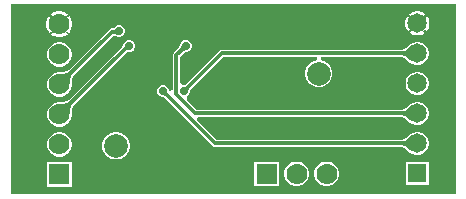
<source format=gbl>
G04*
G04 #@! TF.GenerationSoftware,Altium Limited,Altium Designer,24.9.1 (31)*
G04*
G04 Layer_Physical_Order=2*
G04 Layer_Color=16711680*
%FSLAX44Y44*%
%MOMM*%
G71*
G04*
G04 #@! TF.SameCoordinates,B5823E4F-61C2-4C15-8B31-12C9E9E13820*
G04*
G04*
G04 #@! TF.FilePolarity,Positive*
G04*
G01*
G75*
%ADD33C,0.3048*%
%ADD36R,1.6500X1.6500*%
%ADD37C,1.6500*%
%ADD38C,2.0000*%
%ADD39C,1.7780*%
%ADD40R,1.7780X1.7780*%
%ADD41R,1.7780X1.7780*%
%ADD42C,0.7000*%
G36*
X632410Y704009D02*
X256155D01*
X256156Y864690D01*
X632410D01*
Y704009D01*
D02*
G37*
%LPC*%
G36*
X601354Y858982D02*
X598646D01*
X596031Y858281D01*
X593687Y856928D01*
X593448Y856689D01*
X595084Y855053D01*
X593647Y853616D01*
X592011Y855252D01*
X591772Y855013D01*
X590419Y852669D01*
X589718Y850054D01*
Y847346D01*
X590419Y844731D01*
X591772Y842387D01*
X592011Y842148D01*
X593647Y843783D01*
X595084Y842347D01*
X593448Y840711D01*
X593687Y840472D01*
X596031Y839119D01*
X598646Y838418D01*
X601354D01*
X603969Y839119D01*
X606313Y840472D01*
X606552Y840711D01*
X604916Y842347D01*
X606353Y843783D01*
X607989Y842148D01*
X608228Y842387D01*
X609581Y844731D01*
X610282Y847346D01*
Y850054D01*
X609581Y852669D01*
X608228Y855013D01*
X607989Y855252D01*
X606353Y853616D01*
X604916Y855053D01*
X606552Y856689D01*
X606313Y856928D01*
X603969Y858281D01*
X601354Y858982D01*
D02*
G37*
G36*
X298438Y858772D02*
X295562D01*
X292784Y858028D01*
X290294Y856590D01*
X289995Y856292D01*
X291628Y854659D01*
X290191Y853222D01*
X288559Y854855D01*
X288260Y854556D01*
X286822Y852066D01*
X286078Y849288D01*
Y846412D01*
X286822Y843634D01*
X288260Y841144D01*
X288559Y840845D01*
X290191Y842478D01*
X291628Y841041D01*
X289995Y839409D01*
X290294Y839110D01*
X292784Y837672D01*
X295562Y836928D01*
X298438D01*
X301216Y837672D01*
X303706Y839110D01*
X304005Y839409D01*
X302372Y841041D01*
X303809Y842478D01*
X305441Y840845D01*
X305740Y841144D01*
X307178Y843634D01*
X307922Y846412D01*
Y849288D01*
X307178Y852066D01*
X305740Y854556D01*
X305441Y854855D01*
X303809Y853222D01*
X302372Y854659D01*
X304005Y856292D01*
X303706Y856590D01*
X301216Y858028D01*
X298438Y858772D01*
D02*
G37*
G36*
X348471Y847034D02*
X346473D01*
X344626Y846269D01*
X343213Y844856D01*
X343212Y844853D01*
X343160Y844821D01*
X343074Y844701D01*
X343046Y844671D01*
X343010Y844641D01*
X342957Y844606D01*
X342878Y844568D01*
X342768Y844527D01*
X342621Y844489D01*
X342438Y844457D01*
X342215Y844436D01*
X341908Y844427D01*
X341763Y844361D01*
X341671D01*
X341558Y844378D01*
X341536Y844361D01*
X341204D01*
X340014Y844125D01*
X339006Y843451D01*
X304939Y809384D01*
X304809Y809341D01*
X304405Y808992D01*
X304004Y808730D01*
X303502Y808480D01*
X302895Y808250D01*
X302184Y808048D01*
X301368Y807878D01*
X300469Y807747D01*
X298298Y807598D01*
X297076Y807589D01*
X296781Y807464D01*
X295629D01*
X292980Y806754D01*
X290606Y805383D01*
X288667Y803444D01*
X287296Y801070D01*
X286586Y798421D01*
Y795679D01*
X287296Y793030D01*
X288667Y790656D01*
X290606Y788717D01*
X292980Y787346D01*
X295629Y786636D01*
X298371D01*
X301020Y787346D01*
X303394Y788717D01*
X305333Y790656D01*
X306704Y793030D01*
X307414Y795679D01*
Y796816D01*
X307539Y797095D01*
X307602Y799499D01*
X307694Y800500D01*
X307828Y801418D01*
X307998Y802234D01*
X308200Y802945D01*
X308430Y803552D01*
X308680Y804054D01*
X308942Y804455D01*
X309291Y804859D01*
X309334Y804989D01*
X342491Y838146D01*
X342536D01*
X342687Y838081D01*
X343015Y838075D01*
X343273Y838060D01*
X343794Y837996D01*
X343980Y837959D01*
X344161Y837911D01*
X344319Y837860D01*
X344453Y837805D01*
X344566Y837750D01*
X344718Y837660D01*
X344915Y837631D01*
X346473Y836986D01*
X348471D01*
X350318Y837751D01*
X351731Y839164D01*
X352496Y841011D01*
Y843009D01*
X351731Y844856D01*
X350318Y846269D01*
X348471Y847034D01*
D02*
G37*
G36*
X357107Y834334D02*
X355109D01*
X353262Y833569D01*
X351849Y832156D01*
X351399Y831069D01*
X351189Y830829D01*
X351135Y830673D01*
X351088Y830559D01*
X351031Y830447D01*
X350815Y830096D01*
X350717Y829959D01*
X350157Y829301D01*
X349941Y829079D01*
X349880Y828925D01*
X304939Y783984D01*
X304809Y783941D01*
X304405Y783592D01*
X304004Y783330D01*
X303502Y783080D01*
X302895Y782850D01*
X302184Y782648D01*
X301368Y782478D01*
X300469Y782347D01*
X298298Y782198D01*
X297076Y782189D01*
X296781Y782064D01*
X295629D01*
X292980Y781354D01*
X290606Y779983D01*
X288667Y778044D01*
X287296Y775670D01*
X286586Y773021D01*
Y770279D01*
X287296Y767630D01*
X288667Y765256D01*
X290606Y763317D01*
X292980Y761946D01*
X295629Y761236D01*
X298371D01*
X301020Y761946D01*
X303394Y763317D01*
X305333Y765256D01*
X306704Y767630D01*
X307414Y770279D01*
Y771416D01*
X307539Y771695D01*
X307602Y774099D01*
X307694Y775100D01*
X307828Y776018D01*
X307998Y776834D01*
X308200Y777545D01*
X308430Y778152D01*
X308680Y778654D01*
X308942Y779055D01*
X309291Y779459D01*
X309334Y779589D01*
X353509Y823764D01*
X353657Y823820D01*
X353881Y824031D01*
X354050Y824169D01*
X354195Y824270D01*
X354314Y824338D01*
X354404Y824378D01*
X354464Y824397D01*
X354499Y824403D01*
X354518Y824404D01*
X354531Y824402D01*
X354660Y824371D01*
X354837Y824398D01*
X355109Y824286D01*
X357107D01*
X358954Y825051D01*
X360367Y826464D01*
X361132Y828311D01*
Y830309D01*
X360367Y832156D01*
X358954Y833569D01*
X357107Y834334D01*
D02*
G37*
G36*
X404859D02*
X402861D01*
X401014Y833569D01*
X399601Y832156D01*
X398836Y830309D01*
Y829610D01*
X398712Y829342D01*
X398705Y829166D01*
X398691Y829068D01*
X398665Y828961D01*
X398624Y828842D01*
X398565Y828709D01*
X398484Y828562D01*
X398379Y828400D01*
X398248Y828225D01*
X398089Y828038D01*
X397873Y827811D01*
X397816Y827661D01*
X393844Y823689D01*
X393171Y822681D01*
X392934Y821492D01*
Y793035D01*
X392011Y792093D01*
X390394Y791536D01*
X390258Y791643D01*
X389834Y792209D01*
X389069Y794056D01*
X387656Y795469D01*
X385809Y796234D01*
X383811D01*
X381964Y795469D01*
X380551Y794056D01*
X379786Y792209D01*
Y790211D01*
X380551Y788364D01*
X381964Y786951D01*
X383811Y786186D01*
X384510D01*
X384778Y786062D01*
X384954Y786055D01*
X385052Y786041D01*
X385159Y786015D01*
X385278Y785974D01*
X385410Y785915D01*
X385558Y785834D01*
X385720Y785729D01*
X385895Y785598D01*
X386082Y785439D01*
X386309Y785223D01*
X386459Y785166D01*
X426722Y744902D01*
X427731Y744229D01*
X428920Y743992D01*
X586703D01*
X586828Y743930D01*
X587333Y743895D01*
X587771Y743807D01*
X588262Y743649D01*
X588804Y743412D01*
X589393Y743092D01*
X590027Y742686D01*
X590684Y742203D01*
X592168Y740919D01*
X592952Y740149D01*
X593249Y740029D01*
X593999Y739279D01*
X596227Y737992D01*
X598713Y737326D01*
X601287D01*
X603773Y737992D01*
X606001Y739279D01*
X607821Y741099D01*
X609108Y743327D01*
X609774Y745813D01*
Y748387D01*
X609108Y750873D01*
X607821Y753101D01*
X606001Y754921D01*
X603773Y756208D01*
X601287Y756874D01*
X598713D01*
X596227Y756208D01*
X593999Y754921D01*
X593260Y754183D01*
X592976Y754074D01*
X591397Y752582D01*
X590700Y752009D01*
X590027Y751514D01*
X589393Y751108D01*
X588804Y750788D01*
X588262Y750551D01*
X587771Y750393D01*
X587333Y750305D01*
X586828Y750270D01*
X586703Y750208D01*
X430207D01*
X413563Y766852D01*
X414615Y769392D01*
X586703D01*
X586828Y769330D01*
X587333Y769295D01*
X587771Y769207D01*
X588262Y769049D01*
X588804Y768812D01*
X589393Y768492D01*
X590027Y768086D01*
X590684Y767603D01*
X592168Y766319D01*
X592952Y765549D01*
X593249Y765429D01*
X593999Y764679D01*
X596227Y763392D01*
X598713Y762726D01*
X601287D01*
X603773Y763392D01*
X606001Y764679D01*
X607821Y766499D01*
X609108Y768727D01*
X609774Y771213D01*
Y773787D01*
X609108Y776273D01*
X607821Y778501D01*
X606001Y780321D01*
X603773Y781608D01*
X601287Y782274D01*
X598713D01*
X596227Y781608D01*
X593999Y780321D01*
X593260Y779583D01*
X592976Y779474D01*
X591397Y777982D01*
X590700Y777409D01*
X590027Y776914D01*
X589393Y776508D01*
X588804Y776188D01*
X588262Y775951D01*
X587771Y775793D01*
X587333Y775705D01*
X586828Y775670D01*
X586703Y775608D01*
X413327D01*
X404939Y783996D01*
X405436Y786951D01*
X406849Y788364D01*
X407614Y790211D01*
Y790910D01*
X407738Y791178D01*
X407745Y791354D01*
X407759Y791452D01*
X407785Y791559D01*
X407826Y791678D01*
X407885Y791811D01*
X407966Y791958D01*
X408071Y792120D01*
X408202Y792295D01*
X408361Y792482D01*
X408577Y792709D01*
X408634Y792859D01*
X435967Y820192D01*
X514955D01*
X515119Y817720D01*
X512188Y816935D01*
X509560Y815417D01*
X507415Y813272D01*
X505897Y810644D01*
X505112Y807713D01*
Y804679D01*
X505897Y801748D01*
X507415Y799120D01*
X509560Y796974D01*
X512188Y795457D01*
X515119Y794672D01*
X518153D01*
X521084Y795457D01*
X523712Y796974D01*
X525858Y799120D01*
X527375Y801748D01*
X528160Y804679D01*
Y807713D01*
X527375Y810644D01*
X525858Y813272D01*
X523712Y815417D01*
X521084Y816935D01*
X518153Y817720D01*
X518317Y820192D01*
X586703D01*
X586828Y820130D01*
X587333Y820095D01*
X587771Y820007D01*
X588262Y819849D01*
X588804Y819612D01*
X589393Y819292D01*
X590027Y818886D01*
X590684Y818403D01*
X592168Y817119D01*
X592952Y816349D01*
X593249Y816229D01*
X593999Y815479D01*
X596227Y814192D01*
X598713Y813526D01*
X601287D01*
X603773Y814192D01*
X606001Y815479D01*
X607821Y817299D01*
X609108Y819527D01*
X609774Y822013D01*
Y824587D01*
X609108Y827073D01*
X607821Y829301D01*
X606001Y831121D01*
X603773Y832408D01*
X601287Y833074D01*
X598713D01*
X596227Y832408D01*
X593999Y831121D01*
X593260Y830383D01*
X592976Y830274D01*
X591396Y828782D01*
X590700Y828209D01*
X590027Y827714D01*
X589393Y827308D01*
X588804Y826988D01*
X588262Y826751D01*
X587771Y826593D01*
X587333Y826505D01*
X586828Y826470D01*
X586703Y826408D01*
X434680D01*
X433491Y826171D01*
X432482Y825498D01*
X404239Y797254D01*
X404089Y797197D01*
X403862Y796981D01*
X403675Y796822D01*
X403500Y796691D01*
X403338Y796586D01*
X403190Y796505D01*
X403058Y796446D01*
X402939Y796405D01*
X402832Y796379D01*
X402734Y796365D01*
X402558Y796358D01*
X402290Y796234D01*
X401591D01*
X399150Y797972D01*
Y820205D01*
X402211Y823266D01*
X402361Y823323D01*
X402588Y823539D01*
X402775Y823698D01*
X402950Y823829D01*
X403112Y823934D01*
X403260Y824015D01*
X403392Y824074D01*
X403511Y824115D01*
X403618Y824141D01*
X403716Y824155D01*
X403892Y824162D01*
X404160Y824286D01*
X404859D01*
X406706Y825051D01*
X408119Y826464D01*
X408884Y828311D01*
Y830309D01*
X408119Y832156D01*
X406706Y833569D01*
X404859Y834334D01*
D02*
G37*
G36*
X298371Y832864D02*
X295629D01*
X292980Y832154D01*
X290606Y830783D01*
X288667Y828844D01*
X287296Y826470D01*
X286586Y823821D01*
Y821079D01*
X287296Y818430D01*
X288667Y816056D01*
X290606Y814117D01*
X292980Y812746D01*
X295629Y812036D01*
X298371D01*
X301020Y812746D01*
X303394Y814117D01*
X305333Y816056D01*
X306704Y818430D01*
X307414Y821079D01*
Y823821D01*
X306704Y826470D01*
X305333Y828844D01*
X303394Y830783D01*
X301020Y832154D01*
X298371Y832864D01*
D02*
G37*
G36*
X601287Y807674D02*
X598713D01*
X596227Y807008D01*
X593999Y805721D01*
X592179Y803901D01*
X590892Y801673D01*
X590226Y799187D01*
Y796613D01*
X590892Y794127D01*
X592179Y791899D01*
X593999Y790079D01*
X596227Y788792D01*
X598713Y788126D01*
X601287D01*
X603773Y788792D01*
X606001Y790079D01*
X607821Y791899D01*
X609108Y794127D01*
X609774Y796613D01*
Y799187D01*
X609108Y801673D01*
X607821Y803901D01*
X606001Y805721D01*
X603773Y807008D01*
X601287Y807674D01*
D02*
G37*
G36*
X298371Y756664D02*
X295629D01*
X292980Y755954D01*
X290606Y754583D01*
X288667Y752644D01*
X287296Y750270D01*
X286586Y747621D01*
Y744879D01*
X287296Y742230D01*
X288667Y739856D01*
X290606Y737917D01*
X292980Y736546D01*
X295629Y735836D01*
X298371D01*
X301020Y736546D01*
X303394Y737917D01*
X305333Y739856D01*
X306704Y742230D01*
X307414Y744879D01*
Y747621D01*
X306704Y750270D01*
X305333Y752644D01*
X303394Y754583D01*
X301020Y755954D01*
X298371Y756664D01*
D02*
G37*
G36*
X346517Y756524D02*
X343483D01*
X340552Y755739D01*
X337924Y754221D01*
X335779Y752076D01*
X334261Y749448D01*
X333476Y746517D01*
Y743483D01*
X334261Y740552D01*
X335779Y737924D01*
X337924Y735779D01*
X340552Y734261D01*
X343483Y733476D01*
X346517D01*
X349448Y734261D01*
X352076Y735779D01*
X354221Y737924D01*
X355739Y740552D01*
X356524Y743483D01*
Y746517D01*
X355739Y749448D01*
X354221Y752076D01*
X352076Y754221D01*
X349448Y755739D01*
X346517Y756524D01*
D02*
G37*
G36*
X609774Y731474D02*
X590226D01*
Y711926D01*
X609774D01*
Y731474D01*
D02*
G37*
G36*
X524671Y731714D02*
X521929D01*
X519280Y731004D01*
X516906Y729633D01*
X514967Y727694D01*
X513596Y725320D01*
X512886Y722671D01*
Y719929D01*
X513596Y717280D01*
X514967Y714906D01*
X516906Y712967D01*
X519280Y711596D01*
X521929Y710886D01*
X524671D01*
X527320Y711596D01*
X529694Y712967D01*
X531633Y714906D01*
X533004Y717280D01*
X533714Y719929D01*
Y722671D01*
X533004Y725320D01*
X531633Y727694D01*
X529694Y729633D01*
X527320Y731004D01*
X524671Y731714D01*
D02*
G37*
G36*
X499271D02*
X496529D01*
X493880Y731004D01*
X491506Y729633D01*
X489567Y727694D01*
X488196Y725320D01*
X487486Y722671D01*
Y719929D01*
X488196Y717280D01*
X489567Y714906D01*
X491506Y712967D01*
X493880Y711596D01*
X496529Y710886D01*
X499271D01*
X501920Y711596D01*
X504294Y712967D01*
X506233Y714906D01*
X507604Y717280D01*
X508314Y719929D01*
Y722671D01*
X507604Y725320D01*
X506233Y727694D01*
X504294Y729633D01*
X501920Y731004D01*
X499271Y731714D01*
D02*
G37*
G36*
X482914D02*
X462086D01*
Y710886D01*
X482914D01*
Y731714D01*
D02*
G37*
G36*
X307414Y731264D02*
X286586D01*
Y710436D01*
X307414D01*
Y731264D01*
D02*
G37*
%LPD*%
G36*
X345561Y839078D02*
X345352Y839202D01*
X345127Y839313D01*
X344885Y839410D01*
X344626Y839495D01*
X344350Y839567D01*
X344057Y839625D01*
X343420Y839704D01*
X343077Y839723D01*
X342717Y839730D01*
X341957Y842778D01*
X342319Y842789D01*
X342657Y842821D01*
X342971Y842875D01*
X343261Y842951D01*
X343528Y843049D01*
X343770Y843168D01*
X343989Y843309D01*
X344184Y843472D01*
X344355Y843656D01*
X344502Y843862D01*
X345561Y839078D01*
D02*
G37*
G36*
X308043Y805937D02*
X307622Y805450D01*
X307246Y804875D01*
X306917Y804213D01*
X306633Y803465D01*
X306395Y802628D01*
X306202Y801705D01*
X306056Y800694D01*
X305955Y799596D01*
X305889Y797139D01*
X297089Y805939D01*
X298361Y805949D01*
X300644Y806106D01*
X301655Y806252D01*
X302578Y806445D01*
X303414Y806683D01*
X304163Y806967D01*
X304825Y807296D01*
X305400Y807672D01*
X305887Y808092D01*
X308043Y805937D01*
D02*
G37*
G36*
X355051Y825974D02*
X354811Y826032D01*
X354568Y826057D01*
X354322Y826047D01*
X354074Y826003D01*
X353823Y825925D01*
X353569Y825813D01*
X353313Y825666D01*
X353054Y825486D01*
X352792Y825271D01*
X352527Y825022D01*
X351125Y827930D01*
X351378Y828190D01*
X352016Y828940D01*
X352189Y829180D01*
X352474Y829644D01*
X352586Y829868D01*
X352679Y830087D01*
X352751Y830300D01*
X355051Y825974D01*
D02*
G37*
G36*
X308043Y780537D02*
X307622Y780050D01*
X307246Y779475D01*
X306917Y778813D01*
X306633Y778064D01*
X306395Y777228D01*
X306202Y776305D01*
X306056Y775294D01*
X305955Y774196D01*
X305889Y771739D01*
X297089Y780539D01*
X298361Y780549D01*
X300644Y780706D01*
X301655Y780852D01*
X302578Y781045D01*
X303414Y781283D01*
X304163Y781567D01*
X304825Y781896D01*
X305400Y782272D01*
X305887Y782692D01*
X308043Y780537D01*
D02*
G37*
G36*
X403825Y825810D02*
X403566Y825800D01*
X403306Y825763D01*
X403046Y825699D01*
X402787Y825610D01*
X402527Y825494D01*
X402267Y825352D01*
X402006Y825183D01*
X401746Y824988D01*
X401485Y824767D01*
X401225Y824520D01*
X399070Y826675D01*
X399317Y826935D01*
X399538Y827196D01*
X399733Y827456D01*
X399902Y827717D01*
X400044Y827977D01*
X400160Y828237D01*
X400249Y828496D01*
X400313Y828756D01*
X400350Y829016D01*
X400360Y829275D01*
X403825Y825810D01*
D02*
G37*
G36*
X594108Y817525D02*
X593287Y818333D01*
X591713Y819693D01*
X590962Y820246D01*
X590233Y820713D01*
X589528Y821096D01*
X588847Y821393D01*
X588189Y821606D01*
X587554Y821733D01*
X586942Y821776D01*
Y824824D01*
X587554Y824866D01*
X588189Y824994D01*
X588847Y825207D01*
X589528Y825504D01*
X590233Y825887D01*
X590962Y826354D01*
X591713Y826907D01*
X592488Y827545D01*
X594108Y829075D01*
X594108Y817525D01*
D02*
G37*
G36*
X407380Y793845D02*
X407133Y793585D01*
X406912Y793324D01*
X406717Y793064D01*
X406548Y792803D01*
X406406Y792543D01*
X406290Y792283D01*
X406200Y792024D01*
X406137Y791764D01*
X406100Y791504D01*
X406090Y791245D01*
X402625Y794710D01*
X402884Y794720D01*
X403144Y794757D01*
X403404Y794820D01*
X403663Y794910D01*
X403923Y795026D01*
X404183Y795168D01*
X404444Y795337D01*
X404704Y795532D01*
X404965Y795753D01*
X405225Y796001D01*
X407380Y793845D01*
D02*
G37*
G36*
X388320Y790916D02*
X388357Y790656D01*
X388420Y790396D01*
X388510Y790137D01*
X388626Y789877D01*
X388768Y789617D01*
X388937Y789356D01*
X389132Y789096D01*
X389353Y788835D01*
X389600Y788575D01*
X387445Y786420D01*
X387185Y786667D01*
X386924Y786888D01*
X386664Y787083D01*
X386403Y787252D01*
X386143Y787394D01*
X385883Y787510D01*
X385624Y787599D01*
X385364Y787663D01*
X385104Y787700D01*
X384845Y787710D01*
X388310Y791175D01*
X388320Y790916D01*
D02*
G37*
G36*
X594108Y766725D02*
X593287Y767533D01*
X591713Y768893D01*
X590962Y769446D01*
X590233Y769913D01*
X589528Y770296D01*
X588847Y770593D01*
X588189Y770806D01*
X587554Y770934D01*
X586942Y770976D01*
Y774024D01*
X587554Y774066D01*
X588189Y774194D01*
X588847Y774407D01*
X589528Y774704D01*
X590233Y775087D01*
X590962Y775554D01*
X591713Y776107D01*
X592488Y776745D01*
X594108Y778275D01*
X594108Y766725D01*
D02*
G37*
G36*
Y741325D02*
X593287Y742133D01*
X591713Y743493D01*
X590962Y744046D01*
X590233Y744513D01*
X589528Y744896D01*
X588847Y745193D01*
X588189Y745406D01*
X587554Y745534D01*
X586942Y745576D01*
Y748624D01*
X587554Y748667D01*
X588189Y748794D01*
X588847Y749007D01*
X589528Y749304D01*
X590233Y749687D01*
X590962Y750154D01*
X591713Y750707D01*
X592488Y751345D01*
X594108Y752875D01*
X594108Y741325D01*
D02*
G37*
D33*
X402590Y791210D02*
X434680Y823300D01*
X600000D01*
X396042Y788498D02*
X412040Y772500D01*
X396042Y821492D02*
X403860Y829310D01*
X396042Y788498D02*
Y821492D01*
X412040Y772500D02*
X600000D01*
X428920Y747100D02*
X600000D01*
X384810Y791210D02*
X428920Y747100D01*
X341204Y841254D02*
X346716D01*
X297000Y797050D02*
X341204Y841254D01*
X346716D02*
X347472Y842010D01*
X353904Y828554D02*
X355352D01*
X297000Y771650D02*
X353904Y828554D01*
X355352D02*
X356108Y829310D01*
D36*
X600000Y721700D02*
D03*
D37*
Y747100D02*
D03*
Y772500D02*
D03*
Y797900D02*
D03*
Y823300D02*
D03*
Y848700D02*
D03*
D38*
X345000Y745000D02*
D03*
X516636Y806196D02*
D03*
D39*
X297000Y847850D02*
D03*
Y822450D02*
D03*
Y746250D02*
D03*
Y771650D02*
D03*
Y797050D02*
D03*
X523300Y721300D02*
D03*
X497900D02*
D03*
D40*
X297000Y720850D02*
D03*
D41*
X472500Y721300D02*
D03*
D42*
X396976Y732500D02*
D03*
X386080Y765810D02*
D03*
X402590Y791210D02*
D03*
X403860Y829310D02*
D03*
X384810Y791210D02*
D03*
X442722Y846328D02*
D03*
X468630Y790956D02*
D03*
X347472Y842010D02*
D03*
X356108Y829310D02*
D03*
M02*

</source>
